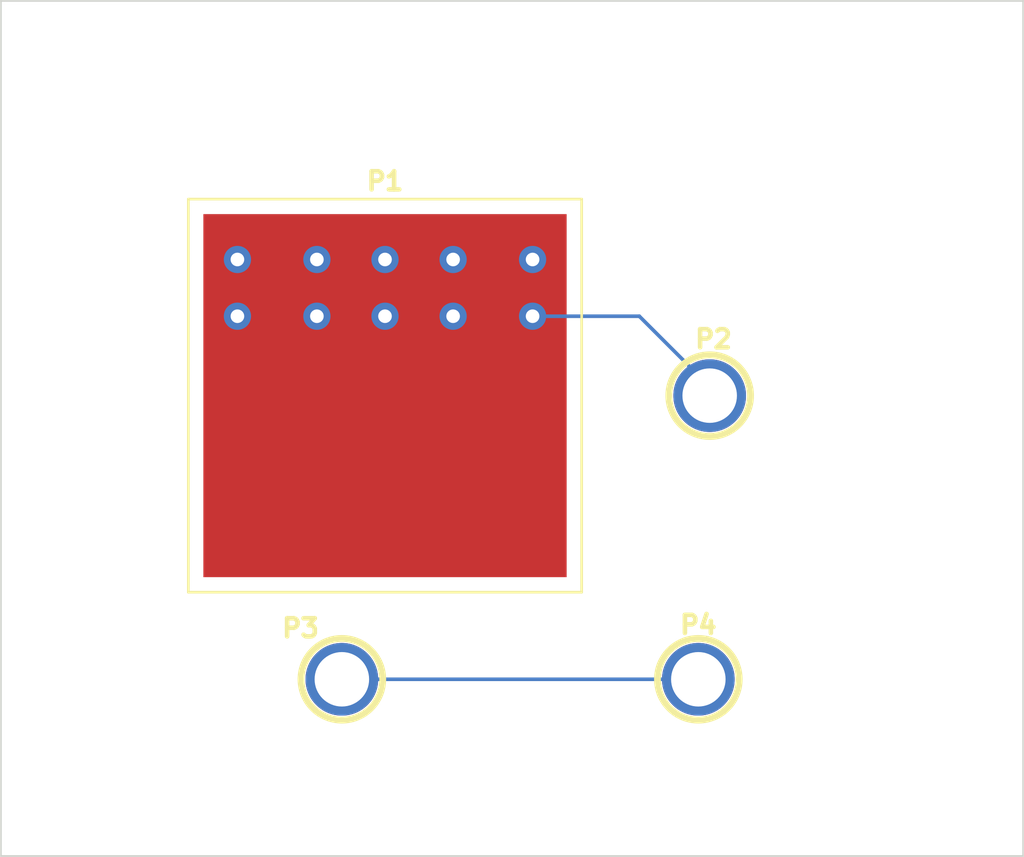
<source format=kicad_pcb>
(kicad_pcb (version 20221018) (generator pcbnew)
  (layers (0 "F.Cu" signal "Dessus") (31 "B.Cu" signal "Dessous") (34 "B.Paste" user) (35 "F.Paste" user) (36 "B.SilkS" user "B.Silkscreen") (37 "F.SilkS" user "F.Silkscreen") (38 "B.Mask" user) (39 "F.Mask" user) (44 "Edge.Cuts" user))
  (net 0 "")
  (net 1 "/NET1")
  (net 2 "/NET2")
  (footprint "1pin" (layer "F.Cu") (at 89.535 45.593)
    (fp_text reference "P1" (at 0 -12) (layer "F.SilkS") (effects (font (size 1.016 1.016) (thickness 0.254))))
    (fp_text value "CONN_1" hide)
    (fp_line (start -11 -11) (end 11 -11) (stroke (width 0.15)) (layer "F.SilkS"))
    (fp_line (start -11 11) (end -11 -11) (stroke (width 0.15)) (layer "F.SilkS"))
    (fp_line (start 11 -11) (end 11 11) (stroke (width 0.15)) (layer "F.SilkS"))
    (fp_line (start 11 11) (end -11 11) (stroke (width 0.15)) (layer "F.SilkS"))
    (pad "1" thru_hole circle (at -8.255 -7.62) (size 1.524 1.524) (drill 0.762) (layers "*.Cu" "*.Mask") (net 2 "/NET2"))
    (pad "1" thru_hole circle (at -8.255 -4.445) (size 1.524 1.524) (drill 0.762) (layers "*.Cu" "*.Mask") (net 2 "/NET2"))
    (pad "1" thru_hole circle (at -3.81 -7.62) (size 1.524 1.524) (drill 0.762) (layers "*.Cu" "*.Mask") (net 2 "/NET2"))
    (pad "1" thru_hole circle (at -3.81 -4.445) (size 1.524 1.524) (drill 0.762) (layers "*.Cu" "*.Mask") (net 2 "/NET2"))
    (pad "1" thru_hole circle (at 0 -7.62) (size 1.524 1.524) (drill 0.762) (layers "*.Cu" "*.Mask") (net 2 "/NET2"))
    (pad "1" thru_hole circle (at 0 -4.445) (size 1.524 1.524) (drill 0.762) (layers "*.Cu" "*.Mask") (net 2 "/NET2"))
    (pad "1" smd rect (at 0 0) (size 20.32 20.32) (layers "F.Cu" "F.Paste" "F.Mask") (net 2 "/NET2"))
    (pad "1" thru_hole circle (at 3.81 -7.62) (size 1.524 1.524) (drill 0.762) (layers "*.Cu" "*.Mask") (net 2 "/NET2"))
    (pad "1" thru_hole circle (at 3.81 -4.445) (size 1.524 1.524) (drill 0.762) (layers "*.Cu" "*.Mask") (net 2 "/NET2"))
    (pad "1" thru_hole circle (at 8.255 -7.62) (size 1.524 1.524) (drill 0.762) (layers "*.Cu" "*.Mask") (net 2 "/NET2"))
    (pad "1" thru_hole circle (at 8.255 -4.445) (size 1.524 1.524) (drill 0.762) (layers "*.Cu" "*.Mask") (net 2 "/NET2"))
  )
  (footprint "1pin" (layer "F.Cu") (at 107.696 45.593)
    (fp_text reference "P2" (at 0.214 -3.163) (layer "F.SilkS") (effects (font (size 1.016 1.016) (thickness 0.254))))
    (fp_text value "CONN_1" hide)
    (fp_circle (center 0 0) (end 0 -2.286) (stroke (width 0.381)) (fill none) (layer "F.SilkS"))
    (pad "1" thru_hole circle (at 0 0) (size 4.064 4.064) (drill 3.048) (layers "*.Cu" "*.Mask") (net 2 "/NET2"))
  )
  (footprint "1pin" (layer "F.Cu") (at 87.122 61.468)
    (fp_text reference "P3" (at -2.312 -2.858) (layer "F.SilkS") (effects (font (size 1.016 1.016) (thickness 0.254))))
    (fp_text value "CONN_1" hide)
    (fp_circle (center 0 0) (end 0 -2.286) (stroke (width 0.381)) (fill none) (layer "F.SilkS"))
    (pad "1" thru_hole circle (at 0 0) (size 4.064 4.064) (drill 3.048) (layers "*.Cu" "*.Mask") (net 1 "/NET1"))
  )
  (footprint "1pin" (layer "F.Cu") (at 107.061 61.468)
    (fp_text reference "P4" (at 0 -3.048) (layer "F.SilkS") (effects (font (size 1.016 1.016) (thickness 0.254))))
    (fp_text value "CONN_1" hide)
    (fp_circle (center 0 0) (end 0 -2.286) (stroke (width 0.381)) (fill none) (layer "F.SilkS"))
    (pad "1" thru_hole circle (at 0 0) (size 4.064 4.064) (drill 3.048) (layers "*.Cu" "*.Mask") (net 1 "/NET1"))
  )
  (gr_rect (start 68.05 23.5) (end 125.23 71.36) (stroke (width 0.1)) (fill none) (layer "Edge.Cuts"))
  (segment (start 107.061 61.468) (end 87.122 61.468) (width 0.2032) (layer "B.Cu") (net 1))
  (segment (start 107.696 45.085) (end 107.696 45.593) (width 0.2032) (layer "B.Cu") (net 2))
  (segment (start 103.759 41.148) (end 107.696 45.085) (width 0.2032) (layer "B.Cu") (net 2))
  (segment (start 97.79 41.148) (end 103.759 41.148) (width 0.2032) (layer "B.Cu") (net 2))
)
</source>
